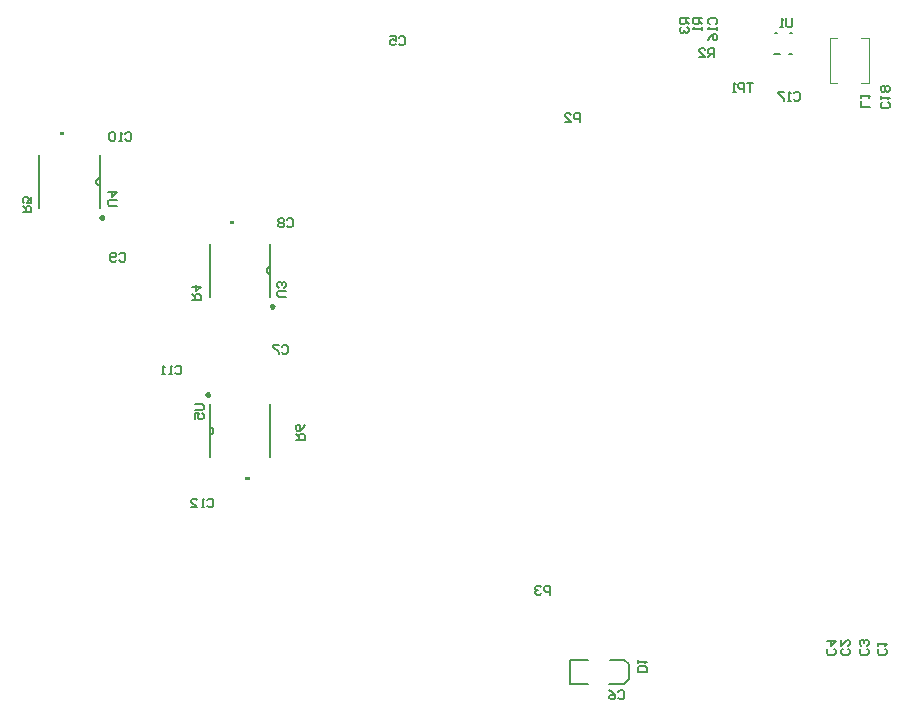
<source format=gbo>
%FSTAX23Y23*%
%MOIN*%
%SFA1B1*%

%IPPOS*%
%ADD12C,0.005910*%
%ADD24C,0.006000*%
%ADD59C,0.009840*%
%ADD60C,0.007870*%
%ADD61C,0.003940*%
%LNmod_duo_x_g3399-1*%
%LPD*%
G36*
X-00521Y00465D02*
Y00455D01*
X-00506*
Y00465*
X-00521*
G37*
G36*
X-01124Y01604D02*
Y01614D01*
X-01139*
Y01604*
X-01124*
G37*
G36*
X-00557Y01309D02*
Y01319D01*
X-00572*
Y01309*
X-00557*
G37*
G54D12*
X-0069Y00707D02*
X-00665D01*
X-0066Y00702*
Y00692*
X-00665Y00687*
X-0069*
Y00658D02*
Y00678D01*
X-00675*
X-0068Y00668*
Y00663*
X-00675Y00658*
X-00665*
X-0066Y00663*
Y00673*
X-00665Y00678*
X-0095Y0137D02*
X-00975D01*
X-0098Y01375*
Y01385*
X-00975Y0139*
X-0095*
X-0098Y01414D02*
X-0095D01*
X-00965Y01399*
Y01419*
X-00386Y01066D02*
X-0041D01*
X-00415Y01071*
Y01081*
X-0041Y01086*
X-00386*
X-00391Y01096D02*
X-00386Y01101D01*
Y01111*
X-00391Y01116*
X-00396*
X-004Y01111*
Y01106*
Y01111*
X-00405Y01116*
X-0041*
X-00415Y01111*
Y01101*
X-0041Y01096*
X-00352Y0059D02*
X-00322D01*
Y00605*
X-00327Y0061*
X-00337*
X-00342Y00605*
Y0059*
Y006D02*
X-00352Y0061D01*
X-00322Y00639D02*
X-00327Y00629D01*
X-00337Y0062*
X-00347*
X-00352Y00624*
Y00634*
X-00347Y00639*
X-00342*
X-00337Y00634*
Y0062*
X-01263Y01348D02*
X-01234D01*
Y01363*
X-01239Y01368*
X-01248*
X-01253Y01363*
Y01348*
Y01358D02*
X-01263Y01368D01*
X-01234Y01398D02*
Y01378D01*
X-01248*
X-01243Y01388*
Y01393*
X-01248Y01398*
X-01258*
X-01263Y01393*
Y01383*
X-01258Y01378*
X-00699Y01055D02*
X-0067D01*
Y0107*
X-00674Y01075*
X-00684*
X-00689Y0107*
Y01055*
Y01065D02*
X-00699Y01075D01*
Y01099D02*
X-0067D01*
X-00684Y01084*
Y01104*
X-00647Y00388D02*
X-00642Y00393D01*
X-00632*
X-00627Y00388*
Y00369*
X-00632Y00364*
X-00642*
X-00647Y00369*
X-00657Y00364D02*
X-00666D01*
X-00662*
Y00393*
X-00657Y00388*
X-00701Y00364D02*
X-00681D01*
X-00701Y00383*
Y00388*
X-00696Y00393*
X-00686*
X-00681Y00388*
X-00755Y00831D02*
X-0075Y00836D01*
X-0074*
X-00735Y00831*
Y00812*
X-0074Y00807*
X-0075*
X-00755Y00812*
X-00765Y00807D02*
X-00775D01*
X-0077*
Y00836*
X-00765Y00831*
X-0079Y00807D02*
X-00799D01*
X-00794*
Y00836*
X-0079Y00831*
X-00921Y0161D02*
X-00916Y01615D01*
X-00906*
X-00901Y0161*
Y01591*
X-00906Y01586*
X-00916*
X-00921Y01591*
X-00931Y01586D02*
X-00941D01*
X-00936*
Y01615*
X-00931Y0161*
X-00955D02*
X-0096Y01615D01*
X-0097*
X-00975Y0161*
Y01591*
X-0097Y01586*
X-0096*
X-00955Y01591*
Y0161*
X-00941Y01208D02*
X-00936Y01213D01*
X-00926*
X-00921Y01208*
Y01188*
X-00926Y01183*
X-00936*
X-00941Y01188*
X-00951D02*
X-00956Y01183D01*
X-00966*
X-00971Y01188*
Y01208*
X-00966Y01213*
X-00956*
X-00951Y01208*
Y01203*
X-00956Y01198*
X-00971*
X-00382Y01322D02*
X-00377Y01327D01*
X-00367*
X-00362Y01322*
Y01303*
X-00367Y01298*
X-00377*
X-00382Y01303*
X-00391Y01322D02*
X-00396Y01327D01*
X-00406*
X-00411Y01322*
Y01318*
X-00406Y01313*
X-00411Y01308*
Y01303*
X-00406Y01298*
X-00396*
X-00391Y01303*
Y01308*
X-00396Y01313*
X-00391Y01318*
Y01322*
X-00396Y01313D02*
X-00406D01*
X-00399Y009D02*
X-00394Y00905D01*
X-00384*
X-0038Y009*
Y00881*
X-00384Y00876*
X-00394*
X-00399Y00881*
X-00409Y00905D02*
X-00429D01*
Y009*
X-00409Y00881*
Y00876*
X00817Y-00185D02*
X00788D01*
Y-0017*
X00793Y-00165*
X00812*
X00817Y-0017*
Y-00185*
X00788Y-00156D02*
Y-00146D01*
Y-00151*
X00817*
X00812Y-00156*
X01612Y-00107D02*
X01617Y-00112D01*
Y-00122*
X01612Y-00127*
X01593*
X01588Y-00122*
Y-00112*
X01593Y-00107*
X01588Y-00097D02*
Y-00088D01*
Y-00092*
X01617*
X01612Y-00097*
X00723Y-0025D02*
X00728Y-00245D01*
X00738*
X00743Y-0025*
Y-0027*
X00738Y-00275*
X00728*
X00723Y-0027*
X00693Y-00245D02*
X00703Y-0025D01*
X00713Y-0026*
Y-0027*
X00708Y-00275*
X00698*
X00693Y-0027*
Y-00265*
X00698Y-0026*
X00713*
X-00009Y0193D02*
X-00004Y01935D01*
X00005*
X0001Y0193*
Y0191*
X00005Y01905*
X-00004*
X-00009Y0191*
X-00038Y01935D02*
X-00019D01*
Y0192*
X-00028Y01925*
X-00033*
X-00038Y0192*
Y0191*
X-00033Y01905*
X-00024*
X-00019Y0191*
X01552Y-00107D02*
X01557Y-00112D01*
Y-00122*
X01552Y-00127*
X01532*
X01527Y-00122*
Y-00112*
X01532Y-00107*
X01552Y-00097D02*
X01557Y-00092D01*
Y-00083*
X01552Y-00078*
X01547*
X01542Y-00083*
Y-00088*
Y-00083*
X01537Y-00078*
X01532*
X01527Y-00083*
Y-00092*
X01532Y-00097*
X01489Y-00107D02*
X01494Y-00112D01*
Y-00122*
X01489Y-00127*
X0147*
X01465Y-00122*
Y-00112*
X0147Y-00107*
X01465Y-00078D02*
Y-00097D01*
X01484Y-00078*
X01489*
X01494Y-00083*
Y-00092*
X01489Y-00097*
X01302Y01994D02*
Y0197D01*
X01297Y01965*
X01287*
X01283Y0197*
Y01994*
X01273Y01965D02*
X01263D01*
X01268*
Y01994*
X01273Y01989*
X01173Y01779D02*
X01153D01*
X01163*
Y0175*
X01143D02*
Y01779D01*
X01128*
X01123Y01774*
Y01765*
X01128Y0176*
X01143*
X01114Y0175D02*
X01104D01*
X01109*
Y01779*
X01114Y01774*
X00958Y01995D02*
X00928D01*
Y0198*
X00933Y01975*
X00943*
X00948Y0198*
Y01995*
Y01985D02*
X00958Y01975D01*
X00933Y01965D02*
X00928Y0196D01*
Y01951*
X00933Y01946*
X00938*
X00943Y01951*
Y01956*
Y01951*
X00948Y01946*
X00953*
X00958Y01951*
Y0196*
X00953Y01965*
X01043Y01865D02*
Y01894D01*
X01028*
X01023Y01889*
Y0188*
X01028Y01875*
X01043*
X01033D02*
X01023Y01865D01*
X00993D02*
X01013D01*
X00993Y01885*
Y01889*
X00998Y01894*
X01008*
X01013Y01889*
X01003Y01995D02*
X00973D01*
Y0198*
X00978Y01975*
X00988*
X00993Y0198*
Y01995*
Y01985D02*
X01003Y01975D01*
Y01965D02*
Y01956D01*
Y0196*
X00973*
X00978Y01965*
X01562Y017D02*
X01533D01*
Y0172*
Y01729D02*
Y01739D01*
Y01734*
X01562*
X01557Y01729*
X01622Y01715D02*
X01627Y0171D01*
Y017*
X01622Y01695*
X01603*
X01598Y017*
Y0171*
X01603Y01715*
X01598Y01724D02*
Y01734D01*
Y01729*
X01627*
X01622Y01724*
Y01749D02*
X01627Y01754D01*
Y01764*
X01622Y01769*
X01617*
X01612Y01764*
X01608Y01769*
X01603*
X01598Y01764*
Y01754*
X01603Y01749*
X01608*
X01612Y01754*
X01617Y01749*
X01622*
X01612Y01754D02*
Y01764D01*
X01308Y01744D02*
X01313Y01749D01*
X01323*
X01328Y01744*
Y01725*
X01323Y0172*
X01313*
X01308Y01725*
X01298Y0172D02*
X01288D01*
X01293*
Y01749*
X01298Y01744*
X01274Y01749D02*
X01254D01*
Y01744*
X01274Y01725*
Y0172*
X01028Y01975D02*
X01023Y0198D01*
Y0199*
X01028Y01995*
X01048*
X01053Y0199*
Y0198*
X01048Y01975*
X01053Y01965D02*
Y01956D01*
Y0196*
X01023*
X01028Y01965*
X01023Y01921D02*
X01028Y01931D01*
X01038Y01941*
X01048*
X01053Y01936*
Y01926*
X01048Y01921*
X01043*
X01038Y01926*
Y01941*
X00496Y00073D02*
Y00102D01*
X00481*
X00476Y00097*
Y00088*
X00481Y00083*
X00496*
X00466Y00097D02*
X00461Y00102D01*
X00451*
X00446Y00097*
Y00093*
X00451Y00088*
X00456*
X00451*
X00446Y00083*
Y00078*
X00451Y00073*
X00461*
X00466Y00078*
X00594Y01648D02*
Y01677D01*
X00579*
X00574Y01672*
Y01663*
X00579Y01658*
X00594*
X00544Y01648D02*
X00564D01*
X00544Y01668*
Y01672*
X00549Y01677*
X00559*
X00564Y01672*
X01442Y-00107D02*
X01447Y-00112D01*
Y-00122*
X01442Y-00127*
X01422*
X01417Y-00122*
Y-00112*
X01422Y-00107*
X01417Y-00083D02*
X01447D01*
X01432Y-00097*
Y-00078*
G54D24*
X-00639Y00607D02*
D01*
X-00638Y00607*
X-00637Y00607*
X-00637Y00607*
X-00636Y00608*
X-00635Y00608*
X-00634Y00608*
X-00633Y00609*
X-00633Y00609*
X-00632Y0061*
X-00631Y0061*
X-00631Y00611*
X-0063Y00611*
X-0063Y00612*
X-00629Y00613*
X-00629Y00613*
X-00628Y00614*
X-00628Y00615*
X-00628Y00616*
X-00627Y00616*
X-00627Y00617*
X-00627Y00618*
X-00627Y00619*
Y0062*
X-00627Y0062*
X-00627Y00621*
X-00627Y00622*
X-00628Y00623*
X-00628Y00624*
X-00628Y00624*
X-00629Y00625*
X-00629Y00626*
X-0063Y00627*
X-0063Y00627*
X-00631Y00628*
X-00631Y00628*
X-00632Y00629*
X-00633Y00629*
X-00633Y0063*
X-00634Y0063*
X-00635Y0063*
X-00636Y00631*
X-00637Y00631*
X-00637Y00631*
X-00638Y00631*
X-00639Y00631*
X-00438Y01167D02*
D01*
X-00439Y01167*
X-0044Y01167*
X-00441Y01167*
X-00441Y01166*
X-00442Y01166*
X-00443Y01166*
X-00444Y01165*
X-00444Y01165*
X-00445Y01165*
X-00446Y01164*
X-00446Y01163*
X-00447Y01163*
X-00448Y01162*
X-00448Y01162*
X-00448Y01161*
X-00449Y0116*
X-00449Y01159*
X-0045Y01159*
X-0045Y01158*
X-0045Y01157*
X-0045Y01156*
X-0045Y01155*
Y01154*
X-0045Y01154*
X-0045Y01153*
X-0045Y01152*
X-0045Y01151*
X-00449Y0115*
X-00449Y0115*
X-00448Y01149*
X-00448Y01148*
X-00448Y01147*
X-00447Y01147*
X-00446Y01146*
X-00446Y01146*
X-00445Y01145*
X-00444Y01145*
X-00444Y01144*
X-00443Y01144*
X-00442Y01144*
X-00441Y01143*
X-00441Y01143*
X-0044Y01143*
X-00439Y01143*
X-00438Y01143*
X-01006Y01462D02*
D01*
X-01007Y01462*
X-01007Y01462*
X-01008Y01462*
X-01009Y01461*
X-0101Y01461*
X-01011Y01461*
X-01011Y0146*
X-01012Y0146*
X-01013Y0146*
X-01014Y01459*
X-01014Y01458*
X-01015Y01458*
X-01015Y01457*
X-01016Y01457*
X-01016Y01456*
X-01017Y01455*
X-01017Y01454*
X-01017Y01454*
X-01017Y01453*
X-01018Y01452*
X-01018Y01451*
X-01018Y0145*
Y01449*
X-01018Y01449*
X-01018Y01448*
X-01017Y01447*
X-01017Y01446*
X-01017Y01445*
X-01017Y01445*
X-01016Y01444*
X-01016Y01443*
X-01015Y01442*
X-01015Y01442*
X-01014Y01441*
X-01014Y01441*
X-01013Y0144*
X-01012Y0144*
X-01011Y01439*
X-01011Y01439*
X-0101Y01439*
X-01009Y01438*
X-01008Y01438*
X-01007Y01438*
X-01007Y01438*
X-01006Y01438*
X-00639Y00531D02*
Y00708D01*
X-00438Y00531D02*
Y00708D01*
Y01066D02*
Y01243D01*
X-00639Y01066D02*
Y01243D01*
X-01006Y01361D02*
Y01538D01*
X-01207Y01361D02*
Y01538D01*
G54D59*
X-00641Y00739D02*
D01*
X-00641Y0074*
X-00641Y0074*
X-00641Y0074*
X-00641Y00741*
X-00641Y00741*
X-00641Y00741*
X-00642Y00742*
X-00642Y00742*
X-00642Y00742*
X-00642Y00742*
X-00642Y00743*
X-00643Y00743*
X-00643Y00743*
X-00643Y00743*
X-00643Y00743*
X-00644Y00744*
X-00644Y00744*
X-00644Y00744*
X-00645Y00744*
X-00645Y00744*
X-00645Y00744*
X-00646Y00744*
X-00646*
X-00646Y00744*
X-00647Y00744*
X-00647Y00744*
X-00647Y00744*
X-00648Y00744*
X-00648Y00744*
X-00648Y00743*
X-00649Y00743*
X-00649Y00743*
X-00649Y00743*
X-00649Y00743*
X-0065Y00742*
X-0065Y00742*
X-0065Y00742*
X-0065Y00742*
X-0065Y00741*
X-00651Y00741*
X-00651Y00741*
X-00651Y0074*
X-00651Y0074*
X-00651Y0074*
X-00651Y00739*
X-00651Y00739*
X-00651Y00739*
X-00651Y00738*
X-00651Y00738*
X-00651Y00738*
X-0065Y00737*
X-0065Y00737*
X-0065Y00737*
X-0065Y00736*
X-0065Y00736*
X-00649Y00736*
X-00649Y00736*
X-00649Y00735*
X-00649Y00735*
X-00648Y00735*
X-00648Y00735*
X-00648Y00735*
X-00647Y00735*
X-00647Y00734*
X-00647Y00734*
X-00646Y00734*
X-00646Y00734*
X-00646*
X-00645Y00734*
X-00645Y00734*
X-00645Y00734*
X-00644Y00735*
X-00644Y00735*
X-00644Y00735*
X-00643Y00735*
X-00643Y00735*
X-00643Y00735*
X-00643Y00736*
X-00642Y00736*
X-00642Y00736*
X-00642Y00736*
X-00642Y00737*
X-00642Y00737*
X-00641Y00737*
X-00641Y00738*
X-00641Y00738*
X-00641Y00738*
X-00641Y00739*
X-00641Y00739*
X-00641Y00739*
X-00426Y01035D02*
D01*
X-00426Y01035*
X-00426Y01036*
X-00426Y01036*
X-00427Y01036*
X-00427Y01037*
X-00427Y01037*
X-00427Y01037*
X-00427Y01037*
X-00427Y01038*
X-00428Y01038*
X-00428Y01038*
X-00428Y01039*
X-00428Y01039*
X-00429Y01039*
X-00429Y01039*
X-00429Y01039*
X-00429Y01039*
X-0043Y0104*
X-0043Y0104*
X-0043Y0104*
X-00431Y0104*
X-00431Y0104*
X-00431*
X-00432Y0104*
X-00432Y0104*
X-00433Y0104*
X-00433Y0104*
X-00433Y01039*
X-00433Y01039*
X-00434Y01039*
X-00434Y01039*
X-00434Y01039*
X-00435Y01039*
X-00435Y01038*
X-00435Y01038*
X-00435Y01038*
X-00435Y01037*
X-00436Y01037*
X-00436Y01037*
X-00436Y01037*
X-00436Y01036*
X-00436Y01036*
X-00436Y01036*
X-00436Y01035*
X-00436Y01035*
X-00436Y01035*
X-00436Y01034*
X-00436Y01034*
X-00436Y01033*
X-00436Y01033*
X-00436Y01033*
X-00436Y01033*
X-00435Y01032*
X-00435Y01032*
X-00435Y01032*
X-00435Y01031*
X-00435Y01031*
X-00434Y01031*
X-00434Y01031*
X-00434Y01031*
X-00433Y0103*
X-00433Y0103*
X-00433Y0103*
X-00433Y0103*
X-00432Y0103*
X-00432Y0103*
X-00431Y0103*
X-00431*
X-00431Y0103*
X-0043Y0103*
X-0043Y0103*
X-0043Y0103*
X-00429Y0103*
X-00429Y0103*
X-00429Y01031*
X-00429Y01031*
X-00428Y01031*
X-00428Y01031*
X-00428Y01031*
X-00428Y01032*
X-00427Y01032*
X-00427Y01032*
X-00427Y01033*
X-00427Y01033*
X-00427Y01033*
X-00427Y01033*
X-00426Y01034*
X-00426Y01034*
X-00426Y01035*
X-00426Y01035*
X-00994Y0133D02*
D01*
X-00994Y0133*
X-00994Y01331*
X-00994Y01331*
X-00994Y01331*
X-00994Y01332*
X-00995Y01332*
X-00995Y01332*
X-00995Y01332*
X-00995Y01333*
X-00995Y01333*
X-00995Y01333*
X-00996Y01334*
X-00996Y01334*
X-00996Y01334*
X-00997Y01334*
X-00997Y01334*
X-00997Y01334*
X-00998Y01335*
X-00998Y01335*
X-00998Y01335*
X-00999Y01335*
X-00999Y01335*
X-00999*
X-01Y01335*
X-01Y01335*
X-01Y01335*
X-01001Y01335*
X-01001Y01334*
X-01001Y01334*
X-01001Y01334*
X-01002Y01334*
X-01002Y01334*
X-01002Y01334*
X-01003Y01333*
X-01003Y01333*
X-01003Y01333*
X-01003Y01332*
X-01003Y01332*
X-01004Y01332*
X-01004Y01332*
X-01004Y01331*
X-01004Y01331*
X-01004Y01331*
X-01004Y0133*
X-01004Y0133*
X-01004Y0133*
X-01004Y01329*
X-01004Y01329*
X-01004Y01328*
X-01004Y01328*
X-01004Y01328*
X-01003Y01328*
X-01003Y01327*
X-01003Y01327*
X-01003Y01327*
X-01003Y01326*
X-01002Y01326*
X-01002Y01326*
X-01002Y01326*
X-01001Y01326*
X-01001Y01325*
X-01001Y01325*
X-01001Y01325*
X-01Y01325*
X-01Y01325*
X-01Y01325*
X-00999Y01325*
X-00999*
X-00999Y01325*
X-00998Y01325*
X-00998Y01325*
X-00998Y01325*
X-00997Y01325*
X-00997Y01325*
X-00997Y01326*
X-00996Y01326*
X-00996Y01326*
X-00996Y01326*
X-00995Y01326*
X-00995Y01327*
X-00995Y01327*
X-00995Y01327*
X-00995Y01328*
X-00995Y01328*
X-00994Y01328*
X-00994Y01328*
X-00994Y01329*
X-00994Y01329*
X-00994Y0133*
X-00994Y0133*
G54D60*
X00758Y-00209D02*
Y-00159D01*
X00743Y-00224D02*
X00758Y-00209D01*
X00693Y-00224D02*
X00743D01*
Y-00144D02*
X00758Y-00159D01*
X00695Y-00144D02*
X00743D01*
X00563Y-00224D02*
Y-00144D01*
X0062*
X00563Y-00224D02*
X0062D01*
X01244Y01945D02*
X01252D01*
X01294D02*
X01302D01*
X01292Y01874D02*
X013D01*
X01243D02*
X01263D01*
G54D61*
X01533Y0178D02*
X01558D01*
Y0193*
X01533D02*
X01558D01*
X01428Y0178D02*
X01453D01*
X01428D02*
Y0193D01*
X01453*
M02*
</source>
